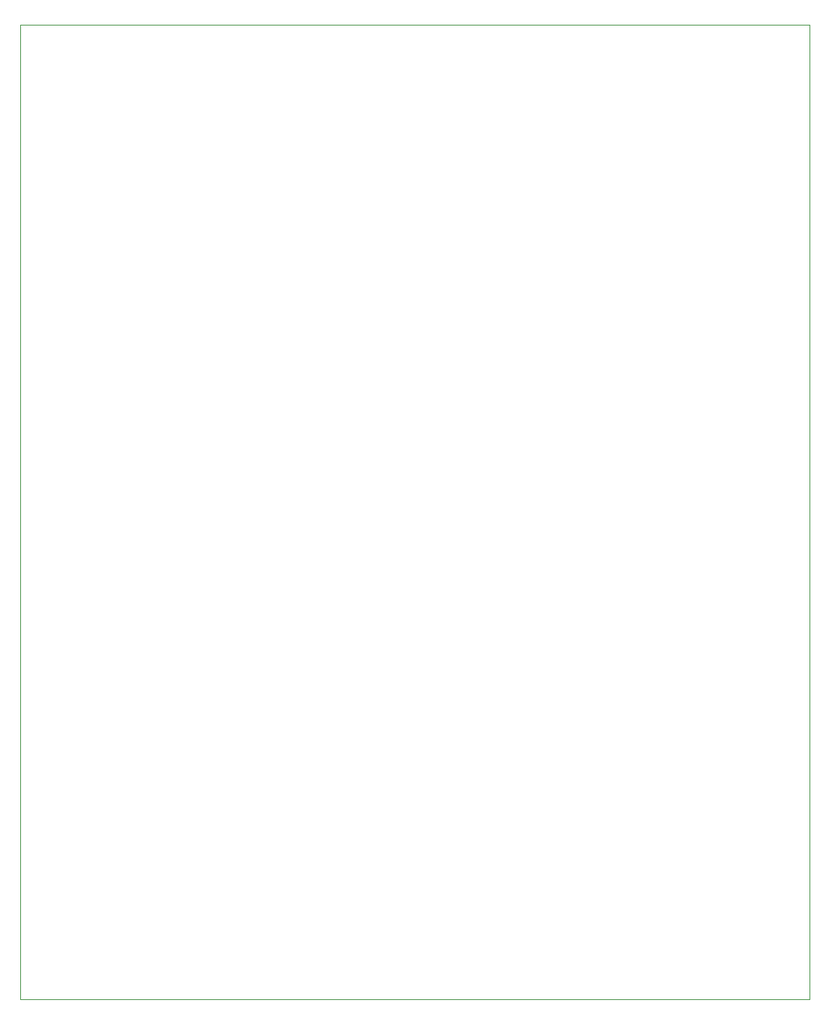
<source format=gm1>
%TF.GenerationSoftware,KiCad,Pcbnew,8.0.4*%
%TF.CreationDate,2025-01-12T00:12:45-05:00*%
%TF.ProjectId,X17_Backplane,5831375f-4261-4636-9b70-6c616e652e6b,rev?*%
%TF.SameCoordinates,Original*%
%TF.FileFunction,Profile,NP*%
%FSLAX46Y46*%
G04 Gerber Fmt 4.6, Leading zero omitted, Abs format (unit mm)*
G04 Created by KiCad (PCBNEW 8.0.4) date 2025-01-12 00:12:45*
%MOMM*%
%LPD*%
G01*
G04 APERTURE LIST*
%TA.AperFunction,Profile*%
%ADD10C,0.050000*%
%TD*%
G04 APERTURE END LIST*
D10*
X92742100Y-41003600D02*
X92742100Y-151000000D01*
X92742100Y-151000000D02*
X181900000Y-151000000D01*
X181900000Y-41000000D02*
X92742100Y-41000000D01*
X181900000Y-151000000D02*
X181900000Y-41000000D01*
M02*

</source>
